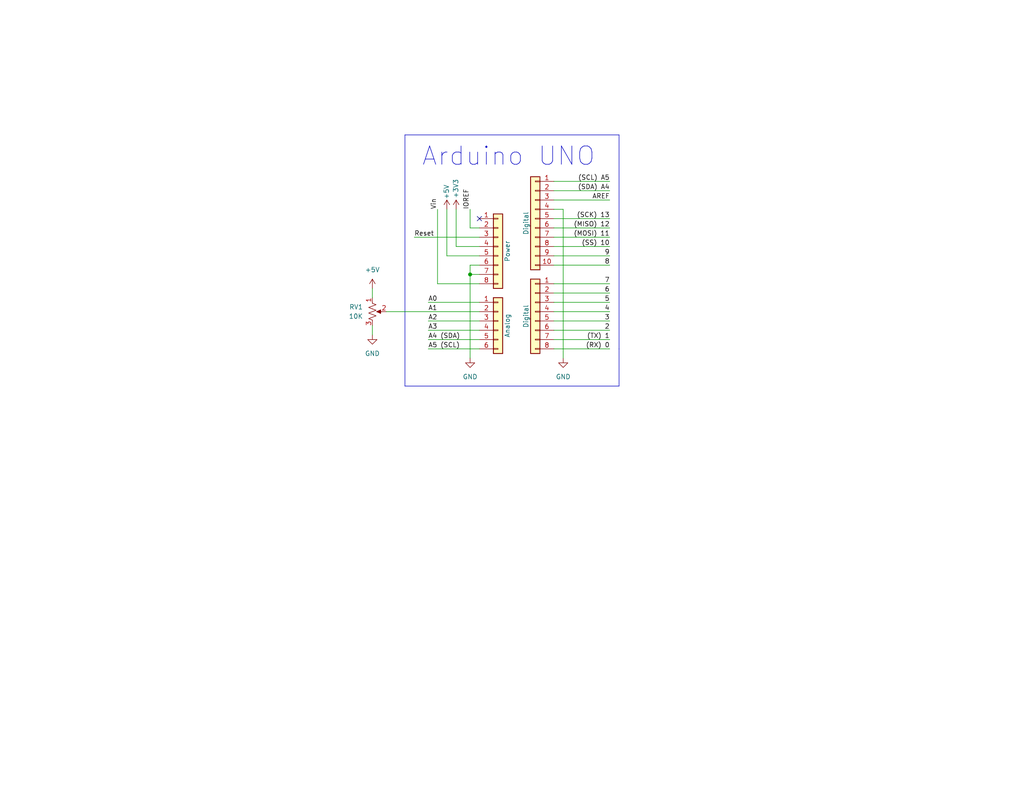
<source format=kicad_sch>
(kicad_sch (version 20230121) (generator eeschema)
  (paper "USLetter")
  (title_block (title "Arduino UNO And Potentiometer") (date "2023-09-27") (rev "1.0") (company "Woolsey Workshop") (comment 1 "By John Woolsey"))
  (lib_symbols
    (symbol "+5V_1" (power) (pin_names (offset 0))
      (property "Value" "+5V_1" (at 0 3.556 0))
      (symbol "+5V_1_0_1"
        (polyline (pts (xy -0.762 1.27) (xy 0 2.54)))
        (polyline (pts (xy 0 0) (xy 0 2.54)))
        (polyline (pts (xy 0 2.54) (xy 0.762 1.27)))
      )
      (symbol "+5V_1_1_1"
        (pin power_in line (at 0 0 90) (length 0) hide (name "+5V") (number "1"))
      )
    )
    (symbol "Connector_Generic:Conn_01x06" (pin_names (offset 1.016) hide)
      (property "Reference" "J" (at 0 7.62 0))
      (property "Value" "Conn_01x06" (at 0 -10.16 0))
      (symbol "Conn_01x06_1_1"
        (rectangle (start -1.27 -7.493) (end 0 -7.747) (stroke (width 0.1524)))
        (rectangle (start -1.27 -4.953) (end 0 -5.207) (stroke (width 0.1524)))
        (rectangle (start -1.27 -2.413) (end 0 -2.667) (stroke (width 0.1524)))
        (rectangle (start -1.27 0.127) (end 0 -0.127) (stroke (width 0.1524)))
        (rectangle (start -1.27 2.667) (end 0 2.413) (stroke (width 0.1524)))
        (rectangle (start -1.27 5.207) (end 0 4.953) (stroke (width 0.1524)))
        (rectangle (start -1.27 6.35) (end 1.27 -8.89) (stroke (width 0.254)) (fill (type background)))
        (pin passive line (at -5.08 5.08 0) (length 3.81) (name "Pin_1") (number "1"))
        (pin passive line (at -5.08 2.54 0) (length 3.81) (name "Pin_2") (number "2"))
        (pin passive line (at -5.08 0 0) (length 3.81) (name "Pin_3") (number "3"))
        (pin passive line (at -5.08 -2.54 0) (length 3.81) (name "Pin_4") (number "4"))
        (pin passive line (at -5.08 -5.08 0) (length 3.81) (name "Pin_5") (number "5"))
        (pin passive line (at -5.08 -7.62 0) (length 3.81) (name "Pin_6") (number "6"))
      )
    )
    (symbol "Connector_Generic:Conn_01x08" (pin_names (offset 1.016) hide)
      (property "Reference" "J" (at 0 10.16 0))
      (property "Value" "Conn_01x08" (at 0 -12.7 0))
      (symbol "Conn_01x08_1_1"
        (rectangle (start -1.27 -10.033) (end 0 -10.287) (stroke (width 0.1524)))
        (rectangle (start -1.27 -7.493) (end 0 -7.747) (stroke (width 0.1524)))
        (rectangle (start -1.27 -4.953) (end 0 -5.207) (stroke (width 0.1524)))
        (rectangle (start -1.27 -2.413) (end 0 -2.667) (stroke (width 0.1524)))
        (rectangle (start -1.27 0.127) (end 0 -0.127) (stroke (width 0.1524)))
        (rectangle (start -1.27 2.667) (end 0 2.413) (stroke (width 0.1524)))
        (rectangle (start -1.27 5.207) (end 0 4.953) (stroke (width 0.1524)))
        (rectangle (start -1.27 7.747) (end 0 7.493) (stroke (width 0.1524)))
        (rectangle (start -1.27 8.89) (end 1.27 -11.43) (stroke (width 0.254)) (fill (type background)))
        (pin passive line (at -5.08 7.62 0) (length 3.81) (name "Pin_1") (number "1"))
        (pin passive line (at -5.08 5.08 0) (length 3.81) (name "Pin_2") (number "2"))
        (pin passive line (at -5.08 2.54 0) (length 3.81) (name "Pin_3") (number "3"))
        (pin passive line (at -5.08 0 0) (length 3.81) (name "Pin_4") (number "4"))
        (pin passive line (at -5.08 -2.54 0) (length 3.81) (name "Pin_5") (number "5"))
        (pin passive line (at -5.08 -5.08 0) (length 3.81) (name "Pin_6") (number "6"))
        (pin passive line (at -5.08 -7.62 0) (length 3.81) (name "Pin_7") (number "7"))
        (pin passive line (at -5.08 -10.16 0) (length 3.81) (name "Pin_8") (number "8"))
      )
    )
    (symbol "Connector_Generic:Conn_01x10" (pin_names (offset 1.016) hide)
      (property "Reference" "J" (at 0 12.7 0))
      (property "Value" "Conn_01x10" (at 0 -15.24 0))
      (symbol "Conn_01x10_1_1"
        (rectangle (start -1.27 -12.573) (end 0 -12.827) (stroke (width 0.1524)))
        (rectangle (start -1.27 -10.033) (end 0 -10.287) (stroke (width 0.1524)))
        (rectangle (start -1.27 -7.493) (end 0 -7.747) (stroke (width 0.1524)))
        (rectangle (start -1.27 -4.953) (end 0 -5.207) (stroke (width 0.1524)))
        (rectangle (start -1.27 -2.413) (end 0 -2.667) (stroke (width 0.1524)))
        (rectangle (start -1.27 0.127) (end 0 -0.127) (stroke (width 0.1524)))
        (rectangle (start -1.27 2.667) (end 0 2.413) (stroke (width 0.1524)))
        (rectangle (start -1.27 5.207) (end 0 4.953) (stroke (width 0.1524)))
        (rectangle (start -1.27 7.747) (end 0 7.493) (stroke (width 0.1524)))
        (rectangle (start -1.27 10.287) (end 0 10.033) (stroke (width 0.1524)))
        (rectangle (start -1.27 11.43) (end 1.27 -13.97) (stroke (width 0.254)) (fill (type background)))
        (pin passive line (at -5.08 10.16 0) (length 3.81) (name "Pin_1") (number "1"))
        (pin passive line (at -5.08 -12.7 0) (length 3.81) (name "Pin_10") (number "10"))
        (pin passive line (at -5.08 7.62 0) (length 3.81) (name "Pin_2") (number "2"))
        (pin passive line (at -5.08 5.08 0) (length 3.81) (name "Pin_3") (number "3"))
        (pin passive line (at -5.08 2.54 0) (length 3.81) (name "Pin_4") (number "4"))
        (pin passive line (at -5.08 0 0) (length 3.81) (name "Pin_5") (number "5"))
        (pin passive line (at -5.08 -2.54 0) (length 3.81) (name "Pin_6") (number "6"))
        (pin passive line (at -5.08 -5.08 0) (length 3.81) (name "Pin_7") (number "7"))
        (pin passive line (at -5.08 -7.62 0) (length 3.81) (name "Pin_8") (number "8"))
        (pin passive line (at -5.08 -10.16 0) (length 3.81) (name "Pin_9") (number "9"))
      )
    )
    (symbol "Device:R_Potentiometer_US" (pin_names (offset 1.016) hide)
      (property "Reference" "RV" (at -4.445 0 90))
      (property "Value" "R_Potentiometer_US" (at -2.54 0 90))
      (symbol "R_Potentiometer_US_0_1"
        (polyline (pts (xy 0 -2.286) (xy 0 -2.54)))
        (polyline (pts (xy 0 2.54) (xy 0 2.286)))
        (polyline (pts (xy 2.54 0) (xy 1.524 0)))
        (polyline (pts (xy 1.143 0) (xy 2.286 0.508) (xy 2.286 -0.508) (xy 1.143 0)) (fill (type outline)))
        (polyline (pts (xy 0 -0.762) (xy 1.016 -1.143) (xy 0 -1.524) (xy -1.016 -1.905) (xy 0 -2.286)))
        (polyline (pts (xy 0 0.762) (xy 1.016 0.381) (xy 0 0) (xy -1.016 -0.381) (xy 0 -0.762)))
        (polyline (pts (xy 0 2.286) (xy 1.016 1.905) (xy 0 1.524) (xy -1.016 1.143) (xy 0 0.762)))
      )
      (symbol "R_Potentiometer_US_1_1"
        (pin passive line (at 0 3.81 270) (length 1.27) (name "1") (number "1"))
        (pin passive line (at 3.81 0 180) (length 1.27) (name "2") (number "2"))
        (pin passive line (at 0 -3.81 90) (length 1.27) (name "3") (number "3"))
      )
    )
    (symbol "GND_1" (power) (pin_names (offset 0))
      (property "Value" "GND_1" (at 0 -3.81 0))
      (symbol "GND_1_0_1"
        (polyline (pts (xy 0 0) (xy 0 -1.27) (xy 1.27 -1.27) (xy 0 -2.54) (xy -1.27 -1.27) (xy 0 -1.27)))
      )
      (symbol "GND_1_1_1"
        (pin power_in line (at 0 0 270) (length 0) hide (name "GND") (number "1"))
      )
    )
    (symbol "power:+3.3V" (power) (pin_names (offset 0))
      (property "Value" "+3.3V" (at 0 3.556 0))
      (symbol "+3.3V_0_1"
        (polyline (pts (xy -0.762 1.27) (xy 0 2.54)))
        (polyline (pts (xy 0 0) (xy 0 2.54)))
        (polyline (pts (xy 0 2.54) (xy 0.762 1.27)))
      )
      (symbol "+3.3V_1_1"
        (pin power_in line (at 0 0 90) (length 0) hide (name "+3V3") (number "1"))
      )
    )
    (symbol "power:+5V" (power) (pin_names (offset 0))
      (property "Value" "+5V" (at 0 3.556 0))
      (symbol "+5V_0_1"
        (polyline (pts (xy -0.762 1.27) (xy 0 2.54)))
        (polyline (pts (xy 0 0) (xy 0 2.54)))
        (polyline (pts (xy 0 2.54) (xy 0.762 1.27)))
      )
      (symbol "+5V_1_1"
        (pin power_in line (at 0 0 90) (length 0) hide (name "+5V") (number "1"))
      )
    )
    (symbol "power:GND" (power) (pin_names (offset 0))
      (property "Value" "GND" (at 0 -3.81 0))
      (symbol "GND_0_1"
        (polyline (pts (xy 0 0) (xy 0 -1.27) (xy 1.27 -1.27) (xy 0 -2.54) (xy -1.27 -1.27) (xy 0 -1.27)))
      )
      (symbol "GND_1_1"
        (pin power_in line (at 0 0 270) (length 0) hide (name "GND") (number "1"))
      )
    )
  )
  (junction (at 128.27 74.93))
  (no_connect (at 130.81 59.69))
  (wire (pts (xy 116.84 82.55) (xy 130.81 82.55)))
  (wire (pts (xy 151.13 64.77) (xy 166.37 64.77)))
  (wire (pts (xy 130.81 62.23) (xy 128.27 62.23)))
  (wire (pts (xy 151.13 82.55) (xy 166.37 82.55)))
  (wire (pts (xy 128.27 57.15) (xy 128.27 62.23)))
  (wire (pts (xy 151.13 72.39) (xy 166.37 72.39)))
  (wire (pts (xy 151.13 69.85) (xy 166.37 69.85)))
  (wire (pts (xy 151.13 90.17) (xy 166.37 90.17)))
  (wire (pts (xy 151.13 85.09) (xy 166.37 85.09)))
  (wire (pts (xy 116.84 95.25) (xy 130.81 95.25)))
  (wire (pts (xy 128.27 74.93) (xy 128.27 97.79)))
  (wire (pts (xy 151.13 52.07) (xy 166.37 52.07)))
  (wire (pts (xy 121.92 57.15) (xy 121.92 69.85)))
  (wire (pts (xy 151.13 49.53) (xy 166.37 49.53)))
  (wire (pts (xy 105.41 85.09) (xy 130.81 85.09)))
  (wire (pts (xy 151.13 67.31) (xy 166.37 67.31)))
  (polyline (pts (xy 110.49 105.41) (xy 110.49 36.83)))
  (polyline (pts (xy 110.49 36.83) (xy 168.91 36.83)))
  (wire (pts (xy 101.6 88.9) (xy 101.6 91.44)))
  (polyline (pts (xy 168.91 95.25) (xy 168.91 105.41)))
  (wire (pts (xy 119.38 57.15) (xy 119.38 77.47)))
  (wire (pts (xy 130.81 77.47) (xy 119.38 77.47)))
  (wire (pts (xy 153.67 57.15) (xy 153.67 97.79)))
  (wire (pts (xy 128.27 72.39) (xy 128.27 74.93)))
  (wire (pts (xy 116.84 92.71) (xy 130.81 92.71)))
  (wire (pts (xy 113.03 64.77) (xy 130.81 64.77)))
  (wire (pts (xy 130.81 67.31) (xy 124.46 67.31)))
  (wire (pts (xy 116.84 87.63) (xy 130.81 87.63)))
  (wire (pts (xy 151.13 62.23) (xy 166.37 62.23)))
  (wire (pts (xy 151.13 80.01) (xy 166.37 80.01)))
  (wire (pts (xy 151.13 54.61) (xy 166.37 54.61)))
  (wire (pts (xy 151.13 92.71) (xy 166.37 92.71)))
  (wire (pts (xy 151.13 87.63) (xy 166.37 87.63)))
  (wire (pts (xy 116.84 90.17) (xy 130.81 90.17)))
  (wire (pts (xy 151.13 57.15) (xy 153.67 57.15)))
  (wire (pts (xy 151.13 59.69) (xy 166.37 59.69)))
  (wire (pts (xy 151.13 95.25) (xy 166.37 95.25)))
  (wire (pts (xy 130.81 69.85) (xy 121.92 69.85)))
  (wire (pts (xy 101.6 78.74) (xy 101.6 81.28)))
  (wire (pts (xy 124.46 57.15) (xy 124.46 67.31)))
  (polyline (pts (xy 168.91 36.83) (xy 168.91 95.25)))
  (polyline (pts (xy 168.91 105.41) (xy 110.49 105.41)))
  (wire (pts (xy 128.27 74.93) (xy 130.81 74.93)))
  (wire (pts (xy 151.13 77.47) (xy 166.37 77.47)))
  (wire (pts (xy 130.81 72.39) (xy 128.27 72.39)))
  (text "Arduino UNO" (at 162.56 45.72 0) (effects (font (size 5 5)) (justify right bottom)))
  (label "6" (at 166.37 80.01 180))
  (label "(SCK) 13" (at 166.37 59.69 180))
  (label "(SDA) A4" (at 166.37 52.07 180))
  (label "Reset" (at 113.03 64.77 0))
  (label "8" (at 166.37 72.39 180))
  (label "IOREF" (at 128.27 57.15 90))
  (label "9" (at 166.37 69.85 180))
  (label "A4 (SDA)" (at 116.84 92.71 0))
  (label "Vin" (at 119.38 57.15 90))
  (label "(MISO) 12" (at 166.37 62.23 180))
  (label "A1" (at 116.84 85.09 0))
  (label "(SS) 10" (at 166.37 67.31 180))
  (label "A2" (at 116.84 87.63 0))
  (label "3" (at 166.37 87.63 180))
  (label "A3" (at 116.84 90.17 0))
  (label "AREF" (at 166.37 54.61 180))
  (label "(TX) 1" (at 166.37 92.71 180))
  (label "2" (at 166.37 90.17 180))
  (label "A0" (at 116.84 82.55 0))
  (label "(RX) 0" (at 166.37 95.25 180))
  (label "5" (at 166.37 82.55 180))
  (label "7" (at 166.37 77.47 180))
  (label "4" (at 166.37 85.09 180))
  (label "(MOSI) 11" (at 166.37 64.77 180))
  (label "(SCL) A5" (at 166.37 49.53 180))
  (label "A5 (SCL)" (at 116.84 95.25 0))
  (symbol (lib_id "Connector_Generic:Conn_01x06") (at 135.89 87.63 0) (unit 1)
    (property "Reference" "J2" (effects hide))
    (property "Value" "Analog" (at 138.43 88.9 90))
  )
  (symbol (lib_id "power:+3.3V") (at 124.46 57.15 0) (unit 1)
    (property "Reference" "#PWR04" (effects hide))
    (property "Value" "+3.3V" (at 124.37 51.5 90))
  )
  (symbol (lib_id "power:GND") (at 128.27 97.79 0) (unit 1)
    (property "Reference" "#PWR05" (effects hide))
    (property "Value" "GND" (at 128.27 102.87 0))
  )
  (symbol (lib_id "Connector_Generic:Conn_01x08") (at 135.89 67.31 0) (unit 1)
    (property "Reference" "J1" (effects hide))
    (property "Value" "Power" (at 138.43 68.58 90))
  )
  (symbol (lib_id "Connector_Generic:Conn_01x10") (at 146.05 59.69 0) (mirror y) (unit 1)
    (property "Reference" "J3" (effects hide))
    (property "Value" "Digital" (at 143.51 60.96 90))
  )
  (symbol (lib_name "GND_1") (lib_id "power:GND") (at 101.6 91.44 0) (unit 1)
    (property "Reference" "#PWR01" (effects hide))
    (property "Value" "GND" (at 101.6 96.52 0))
  )
  (symbol (lib_name "+5V_1") (lib_id "power:+5V") (at 101.6 78.74 0) (unit 1)
    (property "Reference" "#PWR02" (effects hide))
    (property "Value" "+5V" (at 101.6 73.66 0))
  )
  (symbol (lib_id "power:GND") (at 153.67 97.79 0) (unit 1)
    (property "Reference" "#PWR06" (effects hide))
    (property "Value" "GND" (at 153.67 102.87 0))
  )
  (symbol (lib_id "power:+5V") (at 121.92 57.15 0) (unit 1)
    (property "Reference" "#PWR03" (effects hide))
    (property "Value" "+5V" (at 121.82 52.4 90))
  )
  (symbol (lib_id "Connector_Generic:Conn_01x08") (at 146.05 85.09 0) (mirror y) (unit 1)
    (property "Reference" "J4" (effects hide))
    (property "Value" "Digital" (at 143.51 86.36 90))
  )
  (symbol (lib_id "Device:R_Potentiometer_US") (at 101.6 85.09 0) (unit 1)
    (property "Reference" "RV1" (at 99.06 83.82 0) (effects (justify right)))
    (property "Value" "10K" (at 99.06 86.36 0) (effects (justify right)))
  )
)
</source>
